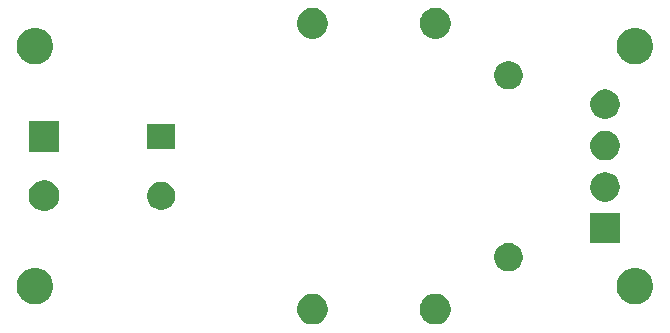
<source format=gbr>
G04 #@! TF.GenerationSoftware,KiCad,Pcbnew,5.1.5-52549c5~86~ubuntu18.04.1*
G04 #@! TF.CreationDate,2020-10-04T22:30:17-05:00*
G04 #@! TF.ProjectId,D00,4430302e-6b69-4636-9164-5f7063625858,rev?*
G04 #@! TF.SameCoordinates,Original*
G04 #@! TF.FileFunction,Soldermask,Bot*
G04 #@! TF.FilePolarity,Negative*
%FSLAX46Y46*%
G04 Gerber Fmt 4.6, Leading zero omitted, Abs format (unit mm)*
G04 Created by KiCad (PCBNEW 5.1.5-52549c5~86~ubuntu18.04.1) date 2020-10-04 22:30:17*
%MOMM*%
%LPD*%
G04 APERTURE LIST*
%ADD10C,0.100000*%
G04 APERTURE END LIST*
D10*
G36*
X58088193Y-44819904D02*
G01*
X58324901Y-44917952D01*
X58324903Y-44917953D01*
X58537935Y-45060296D01*
X58719104Y-45241465D01*
X58861447Y-45454497D01*
X58861448Y-45454499D01*
X58959496Y-45691207D01*
X59009480Y-45942493D01*
X59009480Y-46198707D01*
X58959496Y-46449993D01*
X58861448Y-46686701D01*
X58861447Y-46686703D01*
X58719104Y-46899735D01*
X58537935Y-47080904D01*
X58324903Y-47223247D01*
X58324902Y-47223248D01*
X58324901Y-47223248D01*
X58088193Y-47321296D01*
X57836907Y-47371280D01*
X57580693Y-47371280D01*
X57329407Y-47321296D01*
X57092699Y-47223248D01*
X57092698Y-47223248D01*
X57092697Y-47223247D01*
X56879665Y-47080904D01*
X56698496Y-46899735D01*
X56556153Y-46686703D01*
X56556152Y-46686701D01*
X56458104Y-46449993D01*
X56408120Y-46198707D01*
X56408120Y-45942493D01*
X56458104Y-45691207D01*
X56556152Y-45454499D01*
X56556153Y-45454497D01*
X56698496Y-45241465D01*
X56879665Y-45060296D01*
X57092697Y-44917953D01*
X57092699Y-44917952D01*
X57329407Y-44819904D01*
X57580693Y-44769920D01*
X57836907Y-44769920D01*
X58088193Y-44819904D01*
G37*
G36*
X47699593Y-44819904D02*
G01*
X47936301Y-44917952D01*
X47936303Y-44917953D01*
X48149335Y-45060296D01*
X48330504Y-45241465D01*
X48472847Y-45454497D01*
X48472848Y-45454499D01*
X48570896Y-45691207D01*
X48620880Y-45942493D01*
X48620880Y-46198707D01*
X48570896Y-46449993D01*
X48472848Y-46686701D01*
X48472847Y-46686703D01*
X48330504Y-46899735D01*
X48149335Y-47080904D01*
X47936303Y-47223247D01*
X47936302Y-47223248D01*
X47936301Y-47223248D01*
X47699593Y-47321296D01*
X47448307Y-47371280D01*
X47192093Y-47371280D01*
X46940807Y-47321296D01*
X46704099Y-47223248D01*
X46704098Y-47223248D01*
X46704097Y-47223247D01*
X46491065Y-47080904D01*
X46309896Y-46899735D01*
X46167553Y-46686703D01*
X46167552Y-46686701D01*
X46069504Y-46449993D01*
X46019520Y-46198707D01*
X46019520Y-45942493D01*
X46069504Y-45691207D01*
X46167552Y-45454499D01*
X46167553Y-45454497D01*
X46309896Y-45241465D01*
X46491065Y-45060296D01*
X46704097Y-44917953D01*
X46704099Y-44917952D01*
X46940807Y-44819904D01*
X47192093Y-44769920D01*
X47448307Y-44769920D01*
X47699593Y-44819904D01*
G37*
G36*
X74882803Y-42602878D02*
G01*
X75062410Y-42638604D01*
X75344674Y-42755521D01*
X75598705Y-42925259D01*
X75814741Y-43141295D01*
X75984479Y-43395326D01*
X76101396Y-43677590D01*
X76161000Y-43977240D01*
X76161000Y-44282760D01*
X76101396Y-44582410D01*
X75984479Y-44864674D01*
X75814741Y-45118705D01*
X75598705Y-45334741D01*
X75344674Y-45504479D01*
X75062410Y-45621396D01*
X74912585Y-45651198D01*
X74762761Y-45681000D01*
X74457239Y-45681000D01*
X74307415Y-45651198D01*
X74157590Y-45621396D01*
X73875326Y-45504479D01*
X73621295Y-45334741D01*
X73405259Y-45118705D01*
X73235521Y-44864674D01*
X73118604Y-44582410D01*
X73059000Y-44282760D01*
X73059000Y-43977240D01*
X73118604Y-43677590D01*
X73235521Y-43395326D01*
X73405259Y-43141295D01*
X73621295Y-42925259D01*
X73875326Y-42755521D01*
X74157590Y-42638604D01*
X74337197Y-42602878D01*
X74457239Y-42579000D01*
X74762761Y-42579000D01*
X74882803Y-42602878D01*
G37*
G36*
X24082803Y-42602878D02*
G01*
X24262410Y-42638604D01*
X24544674Y-42755521D01*
X24798705Y-42925259D01*
X25014741Y-43141295D01*
X25184479Y-43395326D01*
X25301396Y-43677590D01*
X25361000Y-43977240D01*
X25361000Y-44282760D01*
X25301396Y-44582410D01*
X25184479Y-44864674D01*
X25014741Y-45118705D01*
X24798705Y-45334741D01*
X24544674Y-45504479D01*
X24262410Y-45621396D01*
X24112585Y-45651198D01*
X23962761Y-45681000D01*
X23657239Y-45681000D01*
X23507415Y-45651198D01*
X23357590Y-45621396D01*
X23075326Y-45504479D01*
X22821295Y-45334741D01*
X22605259Y-45118705D01*
X22435521Y-44864674D01*
X22318604Y-44582410D01*
X22259000Y-44282760D01*
X22259000Y-43977240D01*
X22318604Y-43677590D01*
X22435521Y-43395326D01*
X22605259Y-43141295D01*
X22821295Y-42925259D01*
X23075326Y-42755521D01*
X23357590Y-42638604D01*
X23537197Y-42602878D01*
X23657239Y-42579000D01*
X23962761Y-42579000D01*
X24082803Y-42602878D01*
G37*
G36*
X64260318Y-40515153D02*
G01*
X64478885Y-40605687D01*
X64478887Y-40605688D01*
X64675593Y-40737122D01*
X64842878Y-40904407D01*
X64974312Y-41101113D01*
X64974313Y-41101115D01*
X65064847Y-41319682D01*
X65111000Y-41551710D01*
X65111000Y-41788290D01*
X65064847Y-42020318D01*
X64974313Y-42238885D01*
X64974312Y-42238887D01*
X64842878Y-42435593D01*
X64675593Y-42602878D01*
X64478887Y-42734312D01*
X64478886Y-42734313D01*
X64478885Y-42734313D01*
X64260318Y-42824847D01*
X64028290Y-42871000D01*
X63791710Y-42871000D01*
X63559682Y-42824847D01*
X63341115Y-42734313D01*
X63341114Y-42734313D01*
X63341113Y-42734312D01*
X63144407Y-42602878D01*
X62977122Y-42435593D01*
X62845688Y-42238887D01*
X62845687Y-42238885D01*
X62755153Y-42020318D01*
X62709000Y-41788290D01*
X62709000Y-41551710D01*
X62755153Y-41319682D01*
X62845687Y-41101115D01*
X62845688Y-41101113D01*
X62977122Y-40904407D01*
X63144407Y-40737122D01*
X63341113Y-40605688D01*
X63341115Y-40605687D01*
X63559682Y-40515153D01*
X63791710Y-40469000D01*
X64028290Y-40469000D01*
X64260318Y-40515153D01*
G37*
G36*
X73336200Y-40471000D02*
G01*
X70834200Y-40471000D01*
X70834200Y-37969000D01*
X73336200Y-37969000D01*
X73336200Y-40471000D01*
G37*
G36*
X24966687Y-35218996D02*
G01*
X25198832Y-35315154D01*
X25203455Y-35317069D01*
X25416539Y-35459447D01*
X25597753Y-35640661D01*
X25733094Y-35843213D01*
X25740132Y-35853747D01*
X25838204Y-36090513D01*
X25888200Y-36341861D01*
X25888200Y-36598139D01*
X25838204Y-36849487D01*
X25740132Y-37086253D01*
X25740131Y-37086255D01*
X25597753Y-37299339D01*
X25416539Y-37480553D01*
X25203455Y-37622931D01*
X25203454Y-37622932D01*
X25203453Y-37622932D01*
X24966687Y-37721004D01*
X24715339Y-37771000D01*
X24459061Y-37771000D01*
X24207713Y-37721004D01*
X23970947Y-37622932D01*
X23970946Y-37622932D01*
X23970945Y-37622931D01*
X23757861Y-37480553D01*
X23576647Y-37299339D01*
X23434269Y-37086255D01*
X23434268Y-37086253D01*
X23336196Y-36849487D01*
X23286200Y-36598139D01*
X23286200Y-36341861D01*
X23336196Y-36090513D01*
X23434268Y-35853747D01*
X23441307Y-35843213D01*
X23576647Y-35640661D01*
X23757861Y-35459447D01*
X23970945Y-35317069D01*
X23975568Y-35315154D01*
X24207713Y-35218996D01*
X24459061Y-35169000D01*
X24715339Y-35169000D01*
X24966687Y-35218996D01*
G37*
G36*
X34860318Y-35315153D02*
G01*
X35078885Y-35405687D01*
X35078887Y-35405688D01*
X35275593Y-35537122D01*
X35442878Y-35704407D01*
X35542663Y-35853747D01*
X35574313Y-35901115D01*
X35664847Y-36119682D01*
X35711000Y-36351710D01*
X35711000Y-36588290D01*
X35664847Y-36820318D01*
X35602432Y-36971000D01*
X35574312Y-37038887D01*
X35442878Y-37235593D01*
X35275593Y-37402878D01*
X35078887Y-37534312D01*
X35078886Y-37534313D01*
X35078885Y-37534313D01*
X34860318Y-37624847D01*
X34628290Y-37671000D01*
X34391710Y-37671000D01*
X34159682Y-37624847D01*
X33941115Y-37534313D01*
X33941114Y-37534313D01*
X33941113Y-37534312D01*
X33744407Y-37402878D01*
X33577122Y-37235593D01*
X33445688Y-37038887D01*
X33417568Y-36971000D01*
X33355153Y-36820318D01*
X33309000Y-36588290D01*
X33309000Y-36351710D01*
X33355153Y-36119682D01*
X33445687Y-35901115D01*
X33477337Y-35853747D01*
X33577122Y-35704407D01*
X33744407Y-35537122D01*
X33941113Y-35405688D01*
X33941115Y-35405687D01*
X34159682Y-35315153D01*
X34391710Y-35269000D01*
X34628290Y-35269000D01*
X34860318Y-35315153D01*
G37*
G36*
X72450103Y-34517075D02*
G01*
X72677771Y-34611378D01*
X72882666Y-34748285D01*
X73056915Y-34922534D01*
X73056916Y-34922536D01*
X73193823Y-35127431D01*
X73288125Y-35355097D01*
X73308882Y-35459447D01*
X73336200Y-35596787D01*
X73336200Y-35843213D01*
X73288125Y-36084903D01*
X73193822Y-36312571D01*
X73056915Y-36517466D01*
X72882666Y-36691715D01*
X72677771Y-36828622D01*
X72677770Y-36828623D01*
X72677769Y-36828623D01*
X72450103Y-36922925D01*
X72208414Y-36971000D01*
X71961986Y-36971000D01*
X71720297Y-36922925D01*
X71492631Y-36828623D01*
X71492630Y-36828623D01*
X71492629Y-36828622D01*
X71287734Y-36691715D01*
X71113485Y-36517466D01*
X70976578Y-36312571D01*
X70882275Y-36084903D01*
X70834200Y-35843213D01*
X70834200Y-35596787D01*
X70861519Y-35459447D01*
X70882275Y-35355097D01*
X70976577Y-35127431D01*
X71113484Y-34922536D01*
X71113485Y-34922534D01*
X71287734Y-34748285D01*
X71492629Y-34611378D01*
X71720297Y-34517075D01*
X71961986Y-34469000D01*
X72208414Y-34469000D01*
X72450103Y-34517075D01*
G37*
G36*
X72450103Y-31017075D02*
G01*
X72677771Y-31111378D01*
X72882666Y-31248285D01*
X73056915Y-31422534D01*
X73193822Y-31627429D01*
X73288125Y-31855097D01*
X73336200Y-32096787D01*
X73336200Y-32343213D01*
X73288125Y-32584903D01*
X73193822Y-32812571D01*
X73056915Y-33017466D01*
X72882666Y-33191715D01*
X72677771Y-33328622D01*
X72677770Y-33328623D01*
X72677769Y-33328623D01*
X72450103Y-33422925D01*
X72208414Y-33471000D01*
X71961986Y-33471000D01*
X71720297Y-33422925D01*
X71492631Y-33328623D01*
X71492630Y-33328623D01*
X71492629Y-33328622D01*
X71287734Y-33191715D01*
X71113485Y-33017466D01*
X70976578Y-32812571D01*
X70882275Y-32584903D01*
X70834200Y-32343213D01*
X70834200Y-32096787D01*
X70882275Y-31855097D01*
X70976578Y-31627429D01*
X71113485Y-31422534D01*
X71287734Y-31248285D01*
X71492629Y-31111378D01*
X71720297Y-31017075D01*
X71961986Y-30969000D01*
X72208414Y-30969000D01*
X72450103Y-31017075D01*
G37*
G36*
X25888200Y-32771000D02*
G01*
X23286200Y-32771000D01*
X23286200Y-30169000D01*
X25888200Y-30169000D01*
X25888200Y-32771000D01*
G37*
G36*
X35711000Y-32521000D02*
G01*
X33309000Y-32521000D01*
X33309000Y-30419000D01*
X35711000Y-30419000D01*
X35711000Y-32521000D01*
G37*
G36*
X72450103Y-27517075D02*
G01*
X72677771Y-27611378D01*
X72882666Y-27748285D01*
X73056915Y-27922534D01*
X73193822Y-28127429D01*
X73288125Y-28355097D01*
X73336200Y-28596787D01*
X73336200Y-28843213D01*
X73288125Y-29084903D01*
X73193822Y-29312571D01*
X73056915Y-29517466D01*
X72882666Y-29691715D01*
X72677771Y-29828622D01*
X72677770Y-29828623D01*
X72677769Y-29828623D01*
X72450103Y-29922925D01*
X72208414Y-29971000D01*
X71961986Y-29971000D01*
X71720297Y-29922925D01*
X71492631Y-29828623D01*
X71492630Y-29828623D01*
X71492629Y-29828622D01*
X71287734Y-29691715D01*
X71113485Y-29517466D01*
X70976578Y-29312571D01*
X70882275Y-29084903D01*
X70834200Y-28843213D01*
X70834200Y-28596787D01*
X70882275Y-28355097D01*
X70976578Y-28127429D01*
X71113485Y-27922534D01*
X71287734Y-27748285D01*
X71492629Y-27611378D01*
X71720297Y-27517075D01*
X71961986Y-27469000D01*
X72208414Y-27469000D01*
X72450103Y-27517075D01*
G37*
G36*
X64260318Y-25115153D02*
G01*
X64478885Y-25205687D01*
X64478887Y-25205688D01*
X64675593Y-25337122D01*
X64842878Y-25504407D01*
X64974312Y-25701113D01*
X64974313Y-25701115D01*
X65064847Y-25919682D01*
X65111000Y-26151710D01*
X65111000Y-26388290D01*
X65064847Y-26620318D01*
X64974313Y-26838885D01*
X64974312Y-26838887D01*
X64842878Y-27035593D01*
X64675593Y-27202878D01*
X64478887Y-27334312D01*
X64478886Y-27334313D01*
X64478885Y-27334313D01*
X64260318Y-27424847D01*
X64028290Y-27471000D01*
X63791710Y-27471000D01*
X63559682Y-27424847D01*
X63341115Y-27334313D01*
X63341114Y-27334313D01*
X63341113Y-27334312D01*
X63144407Y-27202878D01*
X62977122Y-27035593D01*
X62845688Y-26838887D01*
X62845687Y-26838885D01*
X62755153Y-26620318D01*
X62709000Y-26388290D01*
X62709000Y-26151710D01*
X62755153Y-25919682D01*
X62845687Y-25701115D01*
X62845688Y-25701113D01*
X62977122Y-25504407D01*
X63144407Y-25337122D01*
X63341113Y-25205688D01*
X63341115Y-25205687D01*
X63559682Y-25115153D01*
X63791710Y-25069000D01*
X64028290Y-25069000D01*
X64260318Y-25115153D01*
G37*
G36*
X24112585Y-22288802D02*
G01*
X24262410Y-22318604D01*
X24544674Y-22435521D01*
X24798705Y-22605259D01*
X25014741Y-22821295D01*
X25184479Y-23075326D01*
X25301396Y-23357590D01*
X25361000Y-23657240D01*
X25361000Y-23962760D01*
X25301396Y-24262410D01*
X25184479Y-24544674D01*
X25014741Y-24798705D01*
X24798705Y-25014741D01*
X24544674Y-25184479D01*
X24262410Y-25301396D01*
X24112585Y-25331198D01*
X23962761Y-25361000D01*
X23657239Y-25361000D01*
X23507415Y-25331198D01*
X23357590Y-25301396D01*
X23075326Y-25184479D01*
X22821295Y-25014741D01*
X22605259Y-24798705D01*
X22435521Y-24544674D01*
X22318604Y-24262410D01*
X22259000Y-23962760D01*
X22259000Y-23657240D01*
X22318604Y-23357590D01*
X22435521Y-23075326D01*
X22605259Y-22821295D01*
X22821295Y-22605259D01*
X23075326Y-22435521D01*
X23357590Y-22318604D01*
X23507415Y-22288802D01*
X23657239Y-22259000D01*
X23962761Y-22259000D01*
X24112585Y-22288802D01*
G37*
G36*
X74912585Y-22288802D02*
G01*
X75062410Y-22318604D01*
X75344674Y-22435521D01*
X75598705Y-22605259D01*
X75814741Y-22821295D01*
X75984479Y-23075326D01*
X76101396Y-23357590D01*
X76161000Y-23657240D01*
X76161000Y-23962760D01*
X76101396Y-24262410D01*
X75984479Y-24544674D01*
X75814741Y-24798705D01*
X75598705Y-25014741D01*
X75344674Y-25184479D01*
X75062410Y-25301396D01*
X74912585Y-25331198D01*
X74762761Y-25361000D01*
X74457239Y-25361000D01*
X74307415Y-25331198D01*
X74157590Y-25301396D01*
X73875326Y-25184479D01*
X73621295Y-25014741D01*
X73405259Y-24798705D01*
X73235521Y-24544674D01*
X73118604Y-24262410D01*
X73059000Y-23962760D01*
X73059000Y-23657240D01*
X73118604Y-23357590D01*
X73235521Y-23075326D01*
X73405259Y-22821295D01*
X73621295Y-22605259D01*
X73875326Y-22435521D01*
X74157590Y-22318604D01*
X74307415Y-22288802D01*
X74457239Y-22259000D01*
X74762761Y-22259000D01*
X74912585Y-22288802D01*
G37*
G36*
X58088193Y-20618704D02*
G01*
X58324901Y-20716752D01*
X58324903Y-20716753D01*
X58537935Y-20859096D01*
X58719104Y-21040265D01*
X58861447Y-21253297D01*
X58861448Y-21253299D01*
X58959496Y-21490007D01*
X59009480Y-21741293D01*
X59009480Y-21997507D01*
X58959496Y-22248793D01*
X58955268Y-22259000D01*
X58861447Y-22485503D01*
X58719104Y-22698535D01*
X58537935Y-22879704D01*
X58324903Y-23022047D01*
X58324902Y-23022048D01*
X58324901Y-23022048D01*
X58088193Y-23120096D01*
X57836907Y-23170080D01*
X57580693Y-23170080D01*
X57329407Y-23120096D01*
X57092699Y-23022048D01*
X57092698Y-23022048D01*
X57092697Y-23022047D01*
X56879665Y-22879704D01*
X56698496Y-22698535D01*
X56556153Y-22485503D01*
X56462332Y-22259000D01*
X56458104Y-22248793D01*
X56408120Y-21997507D01*
X56408120Y-21741293D01*
X56458104Y-21490007D01*
X56556152Y-21253299D01*
X56556153Y-21253297D01*
X56698496Y-21040265D01*
X56879665Y-20859096D01*
X57092697Y-20716753D01*
X57092699Y-20716752D01*
X57329407Y-20618704D01*
X57580693Y-20568720D01*
X57836907Y-20568720D01*
X58088193Y-20618704D01*
G37*
G36*
X47699593Y-20618704D02*
G01*
X47936301Y-20716752D01*
X47936303Y-20716753D01*
X48149335Y-20859096D01*
X48330504Y-21040265D01*
X48472847Y-21253297D01*
X48472848Y-21253299D01*
X48570896Y-21490007D01*
X48620880Y-21741293D01*
X48620880Y-21997507D01*
X48570896Y-22248793D01*
X48566668Y-22259000D01*
X48472847Y-22485503D01*
X48330504Y-22698535D01*
X48149335Y-22879704D01*
X47936303Y-23022047D01*
X47936302Y-23022048D01*
X47936301Y-23022048D01*
X47699593Y-23120096D01*
X47448307Y-23170080D01*
X47192093Y-23170080D01*
X46940807Y-23120096D01*
X46704099Y-23022048D01*
X46704098Y-23022048D01*
X46704097Y-23022047D01*
X46491065Y-22879704D01*
X46309896Y-22698535D01*
X46167553Y-22485503D01*
X46073732Y-22259000D01*
X46069504Y-22248793D01*
X46019520Y-21997507D01*
X46019520Y-21741293D01*
X46069504Y-21490007D01*
X46167552Y-21253299D01*
X46167553Y-21253297D01*
X46309896Y-21040265D01*
X46491065Y-20859096D01*
X46704097Y-20716753D01*
X46704099Y-20716752D01*
X46940807Y-20618704D01*
X47192093Y-20568720D01*
X47448307Y-20568720D01*
X47699593Y-20618704D01*
G37*
M02*

</source>
